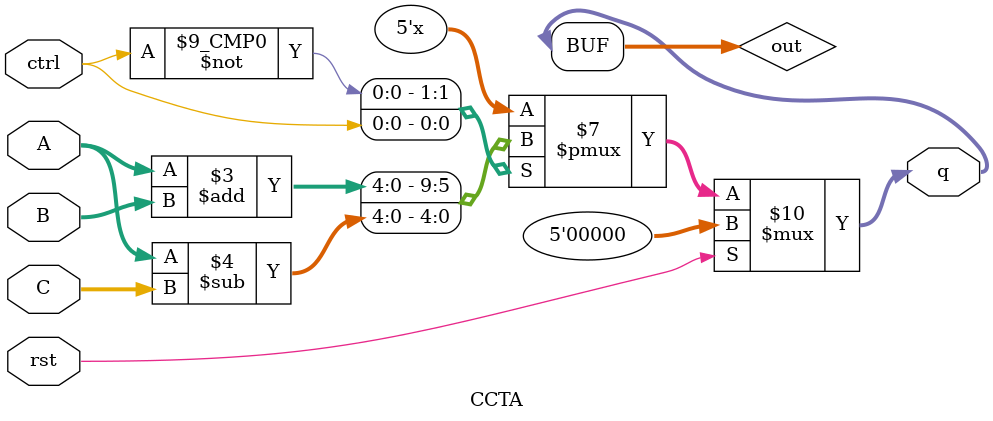
<source format=v>
module CCTA(
        input [3:0] A,
        input [3:0] B,
        input [3:0] C,
        input rst,
        input ctrl,
        output [4:0] q
);

reg [4:0] out = 4'b0000;

assign q = out;

always @(A,B,C,rst,ctrl)
begin
    if (!rst)
    begin
        case(ctrl)
            0: out <= A+B;
            1: out <= A-C;
        endcase
    end
    else
    out <= 4'b0000;
end

endmodule
</source>
